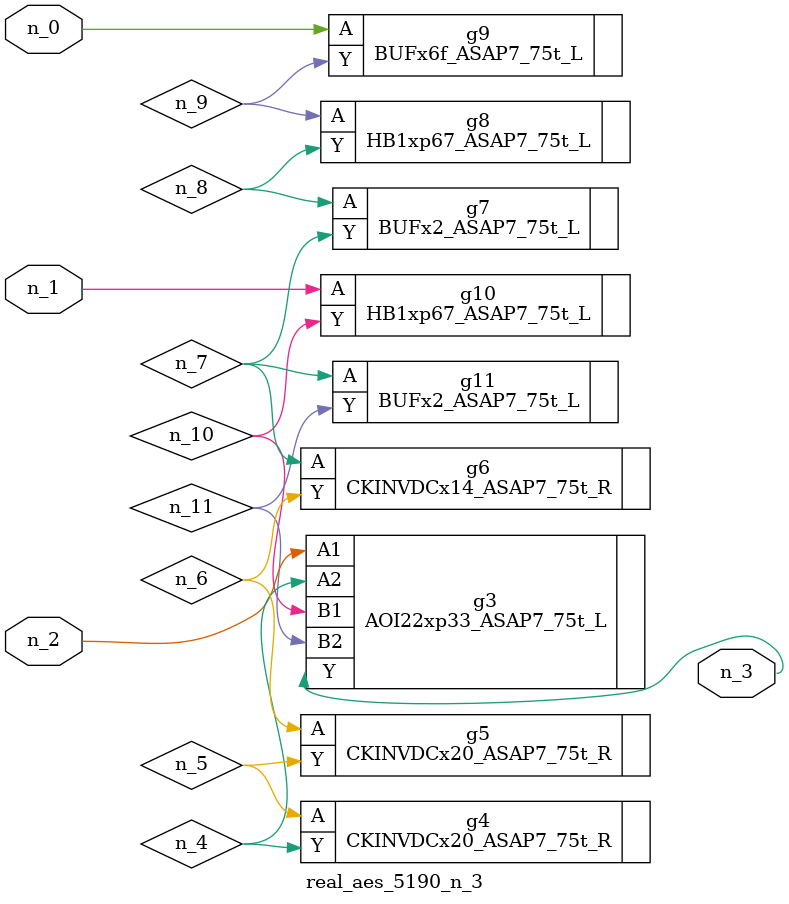
<source format=v>
module real_aes_5190_n_3 (n_0, n_2, n_1, n_3);
input n_0;
input n_2;
input n_1;
output n_3;
wire n_4;
wire n_5;
wire n_7;
wire n_8;
wire n_6;
wire n_9;
wire n_10;
wire n_11;
BUFx6f_ASAP7_75t_L g9 ( .A(n_0), .Y(n_9) );
HB1xp67_ASAP7_75t_L g10 ( .A(n_1), .Y(n_10) );
AOI22xp33_ASAP7_75t_L g3 ( .A1(n_2), .A2(n_4), .B1(n_10), .B2(n_11), .Y(n_3) );
CKINVDCx20_ASAP7_75t_R g4 ( .A(n_5), .Y(n_4) );
CKINVDCx20_ASAP7_75t_R g5 ( .A(n_6), .Y(n_5) );
CKINVDCx14_ASAP7_75t_R g6 ( .A(n_7), .Y(n_6) );
BUFx2_ASAP7_75t_L g11 ( .A(n_7), .Y(n_11) );
BUFx2_ASAP7_75t_L g7 ( .A(n_8), .Y(n_7) );
HB1xp67_ASAP7_75t_L g8 ( .A(n_9), .Y(n_8) );
endmodule
</source>
